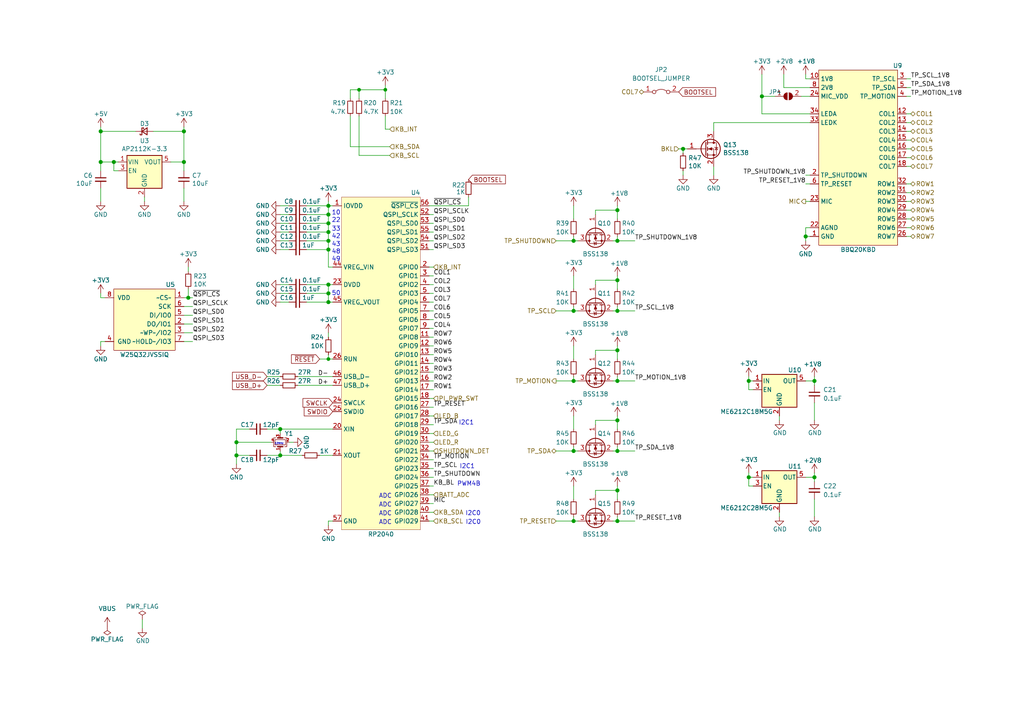
<source format=kicad_sch>
(kicad_sch (version 20230121) (generator eeschema)
  (paper "A4")
  (title_block (title "RP2040") (date "2023-04-21") (rev "1.0") (comment 1 "CERN Open Hardware Licence v1.2") (comment 2 "https://github.com/solderparty/bbq20kbd_hw") (comment 3 "Modified for beepy") (comment 4 "Original Design By Solder Party AB"))
  (lib_symbols
    (symbol "Device:C_Small" (pin_numbers hide) (pin_names (offset 0.254) hide)
      (property "Reference" "C" (at 0.254 1.778 0))
      (property "Value" "C_Small" (at 0.254 -2.032 0))
      (symbol "C_Small_1_1"
        (pin passive line (at 0 2.54 270) (length 2.032) (name "~") (number "1"))
        (pin passive line (at 0 -2.54 90) (length 2.032) (name "~") (number "2"))
      )
    )
    (symbol "Device:Crystal_GND24_Small" (pin_names (offset 1.016) hide)
      (property "Reference" "Y" (at 1.27 4.445 0))
      (property "Value" "Crystal_GND24_Small" (at 1.27 2.54 0))
      (symbol "Crystal_GND24_Small_1_1"
        (pin passive line (at -2.54 0 0) (length 1.27) (name "1") (number "1"))
        (pin passive line (at 0 -2.54 90) (length 0.635) (name "2") (number "2"))
        (pin passive line (at 2.54 0 180) (length 1.27) (name "3") (number "3"))
        (pin passive line (at 0 2.54 270) (length 0.635) (name "4") (number "4"))
      )
    )
    (symbol "Device:D_Schottky_Small" (pin_numbers hide) (pin_names (offset 0.254) hide)
      (property "Reference" "D" (at -1.27 2.032 0))
      (property "Value" "D_Schottky_Small" (at -7.112 -2.032 0))
      (symbol "D_Schottky_Small_1_1"
        (pin passive line (at -2.54 0 0) (length 1.778) (name "K") (number "1"))
        (pin passive line (at 2.54 0 180) (length 1.778) (name "A") (number "2"))
      )
    )
    (symbol "Device:R_Small" (pin_numbers hide) (pin_names (offset 0.254) hide)
      (property "Reference" "R" (at 0.762 0.508 0))
      (property "Value" "R_Small" (at 0.762 -1.016 0))
      (symbol "R_Small_1_1"
        (pin passive line (at 0 2.54 270) (length 0.762) (name "~") (number "1"))
        (pin passive line (at 0 -2.54 90) (length 0.762) (name "~") (number "2"))
      )
    )
    (symbol "Jumper:Jumper_2_Bridged" (pin_names (offset 0) hide)
      (property "Reference" "JP" (at 0 1.905 0))
      (property "Value" "Jumper_2_Bridged" (at 0 -2.54 0))
      (symbol "Jumper_2_Bridged_1_1"
        (pin passive line (at -5.08 0 0) (length 2.54) (name "A") (number "1"))
        (pin passive line (at 5.08 0 180) (length 2.54) (name "B") (number "2"))
      )
    )
    (symbol "Jumper:SolderJumper_2_Open" (pin_names (offset 0) hide)
      (property "Reference" "JP" (at 0 2.032 0))
      (property "Value" "SolderJumper_2_Open" (at 0 -2.54 0))
      (symbol "SolderJumper_2_Open_1_1"
        (pin passive line (at -3.81 0 0) (length 2.54) (name "A") (number "1"))
        (pin passive line (at 3.81 0 180) (length 2.54) (name "B") (number "2"))
      )
    )
    (symbol "Keyboard:BBQ20KBD"
      (property "Reference" "U" (at 11.43 24.13 0))
      (property "Value" "BBQ20KBD" (at 0 -29.21 0))
      (symbol "BBQ20KBD_0_0"
        (pin power_in line (at -13.97 -25.4 0) (length 2.54) (name "GND") (number "1"))
        (pin power_in line (at -13.97 20.32 0) (length 2.54) (name "1V8") (number "10"))
        (pin passive line (at -13.97 -25.4 0) (length 2.54) hide (name "GND") (number "11"))
        (pin input line (at 13.97 10.16 180) (length 2.54) (name "COL1") (number "12"))
        (pin input line (at 13.97 7.62 180) (length 2.54) (name "COL2") (number "13"))
        (pin input line (at 13.97 5.08 180) (length 2.54) (name "COL3") (number "14"))
        (pin input line (at 13.97 2.54 180) (length 2.54) (name "COL4") (number "15"))
        (pin input line (at 13.97 0 180) (length 2.54) (name "COL5") (number "16"))
        (pin input line (at 13.97 -2.54 180) (length 2.54) (name "COL6") (number "17"))
        (pin input line (at 13.97 -5.08 180) (length 2.54) (name "COL7") (number "18"))
        (pin passive line (at -13.97 -25.4 0) (length 2.54) hide (name "GND") (number "19"))
        (pin input line (at -13.97 -7.62 0) (length 2.54) (name "TP_SHUTDOWN") (number "2"))
        (pin passive line (at -13.97 -25.4 0) (length 2.54) hide (name "GND") (number "20"))
        (pin passive line (at -13.97 -25.4 0) (length 2.54) hide (name "GND") (number "21"))
        (pin power_in line (at -13.97 -22.86 0) (length 2.54) (name "AGND") (number "22"))
        (pin output line (at -13.97 -15.24 0) (length 2.54) (name "MIC") (number "23"))
        (pin input line (at -13.97 15.24 0) (length 2.54) (name "MIC_VDD") (number "24"))
        (pin passive line (at -13.97 -25.4 0) (length 2.54) hide (name "GND") (number "25"))
        (pin input line (at 13.97 -25.4 180) (length 2.54) (name "ROW7") (number "26"))
        (pin input line (at 13.97 -22.86 180) (length 2.54) (name "ROW6") (number "27"))
        (pin input line (at 13.97 -20.32 180) (length 2.54) (name "ROW5") (number "28"))
        (pin input line (at 13.97 -17.78 180) (length 2.54) (name "ROW4") (number "29"))
        (pin input line (at 13.97 20.32 180) (length 2.54) (name "TP_SCL") (number "3"))
        (pin input line (at 13.97 -15.24 180) (length 2.54) (name "ROW3") (number "30"))
        (pin input line (at 13.97 -12.7 180) (length 2.54) (name "ROW2") (number "31"))
        (pin input line (at 13.97 -10.16 180) (length 2.54) (name "ROW1") (number "32"))
        (pin input line (at -13.97 7.62 0) (length 2.54) (name "LEDK") (number "33"))
        (pin power_in line (at -13.97 10.16 0) (length 2.54) (name "LEDA") (number "34"))
        (pin passive line (at -13.97 7.62 0) (length 2.54) hide (name "LEDK") (number "35"))
        (pin passive line (at -13.97 10.16 0) (length 2.54) hide (name "LEDA") (number "36"))
        (pin passive line (at -13.97 7.62 0) (length 2.54) hide (name "LEDK") (number "37"))
        (pin no_connect line (at 0 -17.78 0) (length 2.54) hide (name "NC") (number "38"))
        (pin no_connect line (at 0 -20.32 0) (length 2.54) hide (name "NC") (number "39"))
        (pin output line (at 13.97 15.24 180) (length 2.54) (name "TP_MOTION") (number "4"))
        (pin passive line (at -13.97 -25.4 0) (length 2.54) hide (name "GND") (number "40"))
        (pin bidirectional line (at 13.97 17.78 180) (length 2.54) (name "TP_SDA") (number "5"))
        (pin input line (at -13.97 -10.16 0) (length 2.54) (name "TP_RESET") (number "6"))
        (pin passive line (at -13.97 -25.4 0) (length 2.54) hide (name "GND") (number "7"))
        (pin power_in line (at -13.97 17.78 0) (length 2.54) (name "2V8") (number "8"))
        (pin passive line (at -13.97 -25.4 0) (length 2.54) hide (name "GND") (number "9"))
      )
    )
    (symbol "MCU_RaspberryPi:RP2040"
      (property "Reference" "U" (at 11.43 1.27 0))
      (property "Value" "RP2040" (at 0 -97.79 0))
      (symbol "RP2040_0_0"
        (pin power_in line (at -13.97 -2.54 0) (length 2.54) (name "IOVDD") (number "1"))
        (pin passive line (at -13.97 -2.54 0) (length 2.54) hide (name "IOVDD") (number "10"))
        (pin bidirectional line (at 13.97 -40.64 180) (length 2.54) (name "GPIO8") (number "11"))
        (pin bidirectional line (at 13.97 -20.32 180) (length 2.54) (name "GPIO0") (number "2"))
        (pin bidirectional line (at 13.97 -22.86 180) (length 2.54) (name "GPIO1") (number "3"))
        (pin bidirectional line (at 13.97 -25.4 180) (length 2.54) (name "GPIO2") (number "4"))
        (pin bidirectional line (at 13.97 -27.94 180) (length 2.54) (name "GPIO3") (number "5"))
        (pin bidirectional line (at 13.97 -30.48 180) (length 2.54) (name "GPIO4") (number "6"))
        (pin bidirectional line (at 13.97 -33.02 180) (length 2.54) (name "GPIO5") (number "7"))
        (pin bidirectional line (at 13.97 -35.56 180) (length 2.54) (name "GPIO6") (number "8"))
        (pin bidirectional line (at 13.97 -38.1 180) (length 2.54) (name "GPIO7") (number "9"))
      )
      (symbol "RP2040_1_1"
        (pin bidirectional line (at 13.97 -43.18 180) (length 2.54) (name "GPIO9") (number "12"))
        (pin bidirectional line (at 13.97 -45.72 180) (length 2.54) (name "GPIO10") (number "13"))
        (pin bidirectional line (at 13.97 -48.26 180) (length 2.54) (name "GPIO11") (number "14"))
        (pin bidirectional line (at 13.97 -50.8 180) (length 2.54) (name "GPIO12") (number "15"))
        (pin bidirectional line (at 13.97 -53.34 180) (length 2.54) (name "GPIO13") (number "16"))
        (pin bidirectional line (at 13.97 -55.88 180) (length 2.54) (name "GPIO14") (number "17"))
        (pin bidirectional line (at 13.97 -58.42 180) (length 2.54) (name "GPIO15") (number "18"))
        (pin passive line (at -13.97 -93.98 0) (length 2.54) hide (name "TESTEN") (number "19"))
        (pin input line (at -13.97 -67.31 0) (length 2.54) (name "XIN") (number "20"))
        (pin output line (at -13.97 -74.93 0) (length 2.54) (name "XOUT") (number "21"))
        (pin passive line (at -13.97 -2.54 0) (length 2.54) hide (name "IOVDD") (number "22"))
        (pin power_in line (at -13.97 -25.4 0) (length 2.54) (name "DVDD") (number "23"))
        (pin input line (at -13.97 -59.69 0) (length 2.54) (name "SWCLK") (number "24"))
        (pin bidirectional line (at -13.97 -62.23 0) (length 2.54) (name "SWDIO") (number "25"))
        (pin input line (at -13.97 -46.99 0) (length 2.54) (name "RUN") (number "26"))
        (pin bidirectional line (at 13.97 -60.96 180) (length 2.54) (name "GPIO16") (number "27"))
        (pin bidirectional line (at 13.97 -63.5 180) (length 2.54) (name "GPIO17") (number "28"))
        (pin bidirectional line (at 13.97 -66.04 180) (length 2.54) (name "GPIO18") (number "29"))
        (pin bidirectional line (at 13.97 -68.58 180) (length 2.54) (name "GPIO19") (number "30"))
        (pin bidirectional line (at 13.97 -71.12 180) (length 2.54) (name "GPIO20") (number "31"))
        (pin bidirectional line (at 13.97 -73.66 180) (length 2.54) (name "GPIO21") (number "32"))
        (pin passive line (at -13.97 -2.54 0) (length 2.54) hide (name "IOVDD") (number "33"))
        (pin bidirectional line (at 13.97 -76.2 180) (length 2.54) (name "GPIO22") (number "34"))
        (pin bidirectional line (at 13.97 -78.74 180) (length 2.54) (name "GPIO23") (number "35"))
        (pin bidirectional line (at 13.97 -81.28 180) (length 2.54) (name "GPIO24") (number "36"))
        (pin bidirectional line (at 13.97 -83.82 180) (length 2.54) (name "GPIO25") (number "37"))
        (pin bidirectional line (at 13.97 -86.36 180) (length 2.54) (name "GPIO26") (number "38"))
        (pin bidirectional line (at 13.97 -88.9 180) (length 2.54) (name "GPIO27") (number "39"))
        (pin bidirectional line (at 13.97 -91.44 180) (length 2.54) (name "GPIO28") (number "40"))
        (pin bidirectional line (at 13.97 -93.98 180) (length 2.54) (name "GPIO29") (number "41"))
        (pin passive line (at -13.97 -2.54 0) (length 2.54) hide (name "IOVDD") (number "42"))
        (pin passive line (at -13.97 -2.54 0) (length 2.54) hide (name "ADC_AVDD") (number "43"))
        (pin power_in line (at -13.97 -20.32 0) (length 2.54) (name "VREG_VIN") (number "44"))
        (pin power_out line (at -13.97 -30.48 0) (length 2.54) (name "VREG_VOUT") (number "45"))
        (pin bidirectional line (at -13.97 -52.07 0) (length 2.54) (name "USB_D-") (number "46"))
        (pin bidirectional line (at -13.97 -54.61 0) (length 2.54) (name "USB_D+") (number "47"))
        (pin passive line (at -13.97 -2.54 0) (length 2.54) hide (name "USB_VDD") (number "48"))
        (pin passive line (at -13.97 -2.54 0) (length 2.54) hide (name "IOVDD") (number "49"))
        (pin passive line (at -13.97 -25.4 0) (length 2.54) hide (name "DVDD") (number "50"))
        (pin bidirectional line (at 13.97 -15.24 180) (length 2.54) (name "QSPI_SD3") (number "51"))
        (pin output line (at 13.97 -5.08 180) (length 2.54) (name "QSPI_SCLK") (number "52"))
        (pin bidirectional line (at 13.97 -7.62 180) (length 2.54) (name "QSPI_SD0") (number "53"))
        (pin bidirectional line (at 13.97 -12.7 180) (length 2.54) (name "QSPI_SD2") (number "54"))
        (pin bidirectional line (at 13.97 -10.16 180) (length 2.54) (name "QSPI_SD1") (number "55"))
        (pin input line (at 13.97 -2.54 180) (length 2.54) (name "~{QSPI_CS}") (number "56"))
        (pin power_in line (at -13.97 -93.98 0) (length 2.54) (name "GND") (number "57"))
      )
    )
    (symbol "Memory_Flash_Extra:W25Q64JV" (pin_names (offset 1.016))
      (property "Reference" "U" (at 8.89 10.16 0))
      (property "Value" "W25Q64JV" (at 0 -10.16 0))
      (symbol "W25Q64JV_1_1"
        (pin input line (at 11.43 6.35 180) (length 2.54) (name "~CS~") (number "1"))
        (pin bidirectional line (at 11.43 -1.27 180) (length 2.54) (name "DO/IO1") (number "2"))
        (pin bidirectional line (at 11.43 -3.81 180) (length 2.54) (name "~WP~/IO2") (number "3"))
        (pin power_in line (at -11.43 -6.35 0) (length 2.54) (name "GND") (number "4"))
        (pin bidirectional line (at 11.43 1.27 180) (length 2.54) (name "DI/IO0") (number "5"))
        (pin input line (at 11.43 3.81 180) (length 2.54) (name "SCK") (number "6"))
        (pin bidirectional line (at 11.43 -6.35 180) (length 2.54) (name "~HOLD~/IO3") (number "7"))
        (pin power_in line (at -11.43 6.35 0) (length 2.54) (name "VDD") (number "8"))
        (pin passive line (at -11.43 -6.35 0) (length 2.54) hide (name "GND") (number "9"))
      )
    )
    (symbol "Regulator_Linear:AP2112K-3.3" (pin_names (offset 0.254))
      (property "Reference" "U" (at -5.08 5.715 0))
      (property "Value" "AP2112K-3.3" (at 0 5.715 0))
      (symbol "AP2112K-3.3_1_1"
        (pin power_in line (at -7.62 2.54 0) (length 2.54) (name "VIN") (number "1"))
        (pin power_in line (at 0 -7.62 90) (length 2.54) (name "GND") (number "2"))
        (pin input line (at -7.62 0 0) (length 2.54) (name "EN") (number "3"))
        (pin no_connect line (at 5.08 0 180) (length 2.54) hide (name "NC") (number "4"))
        (pin power_out line (at 7.62 2.54 180) (length 2.54) (name "VOUT") (number "5"))
      )
    )
    (symbol "Regulator_Linear:TLV71209_SOT23-5" (pin_names (offset 0.254))
      (property "Reference" "U" (at -3.81 5.715 0))
      (property "Value" "TLV71209_SOT23-5" (at 0 5.715 0))
      (symbol "TLV71209_SOT23-5_1_1"
        (pin power_in line (at -7.62 2.54 0) (length 2.54) (name "IN") (number "1"))
        (pin power_in line (at 0 -7.62 90) (length 2.54) (name "GND") (number "2"))
        (pin input line (at -7.62 0 0) (length 2.54) (name "EN") (number "3"))
        (pin no_connect line (at 5.08 0 180) (length 2.54) hide (name "NC") (number "4"))
        (pin power_out line (at 7.62 2.54 180) (length 2.54) (name "OUT") (number "5"))
      )
    )
    (symbol "Transistor_FET:BSS138" (pin_names hide)
      (property "Reference" "Q" (at 5.08 1.905 0))
      (property "Value" "BSS138" (at 5.08 0 0))
      (symbol "BSS138_1_1"
        (pin input line (at -5.08 0 0) (length 2.54) (name "G") (number "1"))
        (pin passive line (at 2.54 -5.08 90) (length 2.54) (name "S") (number "2"))
        (pin passive line (at 2.54 5.08 270) (length 2.54) (name "D") (number "3"))
      )
    )
    (symbol "power:+1V8" (power) (pin_names (offset 0))
      (property "Value" "+1V8" (at 0 3.556 0))
      (symbol "+1V8_1_1"
        (pin power_in line (at 0 0 90) (length 0) hide (name "+1V8") (number "1"))
      )
    )
    (symbol "power:+2V8" (power) (pin_names (offset 0))
      (property "Value" "+2V8" (at 0 3.556 0))
      (symbol "+2V8_1_1"
        (pin power_in line (at 0 0 90) (length 0) hide (name "+2V8") (number "1"))
      )
    )
    (symbol "power:+3.3V" (power) (pin_names (offset 0))
      (property "Value" "+3.3V" (at 0 3.556 0))
      (symbol "+3.3V_1_1"
        (pin power_in line (at 0 0 90) (length 0) hide (name "+3V3") (number "1"))
      )
    )
    (symbol "power:+5V" (power) (pin_names (offset 0))
      (property "Value" "+5V" (at 0 3.556 0))
      (symbol "+5V_1_1"
        (pin power_in line (at 0 0 90) (length 0) hide (name "+5V") (number "1"))
      )
    )
    (symbol "power:GND" (power) (pin_names (offset 0))
      (property "Value" "GND" (at 0 -3.81 0))
      (symbol "GND_1_1"
        (pin power_in line (at 0 0 270) (length 0) hide (name "GND") (number "1"))
      )
    )
    (symbol "power:PWR_FLAG" (power) (pin_numbers hide) (pin_names (offset 0) hide)
      (property "Value" "PWR_FLAG" (at 0 3.81 0))
      (symbol "PWR_FLAG_0_0"
        (pin power_out line (at 0 0 90) (length 0) (name "pwr") (number "1"))
      )
    )
    (symbol "power:VBUS" (power) (pin_names (offset 0))
      (property "Value" "VBUS" (at 0 3.81 0))
      (symbol "VBUS_1_1"
        (pin power_in line (at 0 0 90) (length 0) hide (name "VBUS") (number "1"))
      )
    )
  )
  (junction (at 68.58 128.27) (diameter 1.016))
  (junction (at 198.12 43.18) (diameter 1.016))
  (junction (at 179.07 130.81) (diameter 1.016))
  (junction (at 54.61 86.36) (diameter 1.016))
  (junction (at 81.28 124.46) (diameter 1.016))
  (junction (at 68.58 132.08) (diameter 1.016))
  (junction (at 236.22 110.49) (diameter 1.016))
  (junction (at 95.25 67.31) (diameter 1.016))
  (junction (at 29.21 38.1) (diameter 1.016))
  (junction (at 81.28 132.08) (diameter 1.016))
  (junction (at 53.34 38.1) (diameter 1.016))
  (junction (at 166.37 69.85) (diameter 1.016))
  (junction (at 53.34 46.99) (diameter 1.016))
  (junction (at 166.37 90.17) (diameter 1.016))
  (junction (at 179.07 121.92) (diameter 1.016))
  (junction (at 179.07 151.13) (diameter 1.016))
  (junction (at 95.25 85.09) (diameter 1.016))
  (junction (at 236.22 138.43) (diameter 1.016))
  (junction (at 95.25 82.55) (diameter 1.016))
  (junction (at 179.07 142.24) (diameter 1.016))
  (junction (at 220.98 27.94) (diameter 1.016))
  (junction (at 179.07 81.28) (diameter 1.016))
  (junction (at 217.17 110.49) (diameter 1.016))
  (junction (at 217.17 138.43) (diameter 1.016))
  (junction (at 166.37 130.81) (diameter 1.016))
  (junction (at 33.02 46.99) (diameter 1.016))
  (junction (at 95.25 104.14))
  (junction (at 95.25 69.85) (diameter 1.016))
  (junction (at 111.76 26.035))
  (junction (at 95.25 64.77) (diameter 1.016))
  (junction (at 95.25 62.23) (diameter 1.016))
  (junction (at 179.07 101.6) (diameter 1.016))
  (junction (at 95.25 87.63) (diameter 1.016))
  (junction (at 95.25 59.69) (diameter 1.016))
  (junction (at 104.14 26.035))
  (junction (at 166.37 110.49) (diameter 1.016))
  (junction (at 29.21 46.99) (diameter 1.016))
  (junction (at 179.07 90.17) (diameter 1.016))
  (junction (at 166.37 151.13) (diameter 1.016))
  (junction (at 179.07 110.49) (diameter 1.016))
  (junction (at 179.07 69.85) (diameter 1.016))
  (junction (at 233.68 68.58) (diameter 1.016))
  (junction (at 95.25 72.39) (diameter 1.016))
  (junction (at 179.07 60.96) (diameter 1.016))
  (wire (pts (xy 124.46 146.05) (xy 125.73 146.05)))
  (wire (pts (xy 95.25 104.14) (xy 96.52 104.14)))
  (wire (pts (xy 53.34 96.52) (xy 55.88 96.52)))
  (wire (pts (xy 88.9 82.55) (xy 95.25 82.55)))
  (wire (pts (xy 184.15 110.49) (xy 179.07 110.49)))
  (wire (pts (xy 198.12 43.18) (xy 196.85 43.18)))
  (wire (pts (xy 166.37 130.81) (xy 161.29 130.81)))
  (wire (pts (xy 95.25 87.63) (xy 95.25 85.09)))
  (wire (pts (xy 81.28 67.31) (xy 83.82 67.31)))
  (wire (pts (xy 124.46 90.17) (xy 125.73 90.17)))
  (wire (pts (xy 124.46 135.89) (xy 125.73 135.89)))
  (wire (pts (xy 95.25 72.39) (xy 95.25 77.47)))
  (wire (pts (xy 53.34 86.36) (xy 54.61 86.36)))
  (wire (pts (xy 29.21 46.99) (xy 33.02 46.99)))
  (wire (pts (xy 217.17 138.43) (xy 218.44 138.43)))
  (wire (pts (xy 124.46 130.81) (xy 125.73 130.81)))
  (wire (pts (xy 233.68 58.42) (xy 234.95 58.42)))
  (wire (pts (xy 83.82 128.27) (xy 85.09 128.27)))
  (wire (pts (xy 124.46 125.73) (xy 125.73 125.73)))
  (wire (pts (xy 172.72 143.51) (xy 172.72 142.24)))
  (wire (pts (xy 217.17 113.03) (xy 217.17 110.49)))
  (wire (pts (xy 124.46 82.55) (xy 125.73 82.55)))
  (wire (pts (xy 111.76 33.655) (xy 111.76 37.465)))
  (wire (pts (xy 199.39 43.18) (xy 198.12 43.18)))
  (wire (pts (xy 124.46 148.59) (xy 125.73 148.59)))
  (wire (pts (xy 167.64 130.81) (xy 166.37 130.81)))
  (wire (pts (xy 124.46 123.19) (xy 125.73 123.19)))
  (wire (pts (xy 78.74 128.27) (xy 68.58 128.27)))
  (wire (pts (xy 81.28 132.08) (xy 87.63 132.08)))
  (wire (pts (xy 262.89 43.18) (xy 264.16 43.18)))
  (wire (pts (xy 227.33 25.4) (xy 234.95 25.4)))
  (wire (pts (xy 95.25 96.52) (xy 95.25 97.79)))
  (wire (pts (xy 172.72 121.92) (xy 179.07 121.92)))
  (wire (pts (xy 53.34 54.61) (xy 53.34 58.42)))
  (wire (pts (xy 104.14 45.085) (xy 113.03 45.085)))
  (wire (pts (xy 95.25 59.69) (xy 96.52 59.69)))
  (wire (pts (xy 166.37 80.01) (xy 166.37 83.82)))
  (wire (pts (xy 124.46 143.51) (xy 125.73 143.51)))
  (wire (pts (xy 166.37 69.85) (xy 161.29 69.85)))
  (wire (pts (xy 88.9 59.69) (xy 95.25 59.69)))
  (wire (pts (xy 81.28 72.39) (xy 83.82 72.39)))
  (wire (pts (xy 104.14 26.035) (xy 111.76 26.035)))
  (wire (pts (xy 179.07 149.86) (xy 179.07 151.13)))
  (wire (pts (xy 95.25 151.13) (xy 95.25 152.4)))
  (wire (pts (xy 166.37 149.86) (xy 166.37 151.13)))
  (wire (pts (xy 217.17 137.16) (xy 217.17 138.43)))
  (wire (pts (xy 55.88 86.36) (xy 54.61 86.36)))
  (wire (pts (xy 125.73 64.77) (xy 124.46 64.77)))
  (wire (pts (xy 226.06 120.65) (xy 226.06 121.92)))
  (wire (pts (xy 124.46 133.35) (xy 125.73 133.35)))
  (wire (pts (xy 124.46 120.65) (xy 125.73 120.65)))
  (wire (pts (xy 198.12 43.18) (xy 198.12 44.45)))
  (wire (pts (xy 262.89 48.26) (xy 264.16 48.26)))
  (wire (pts (xy 234.95 66.04) (xy 233.68 66.04)))
  (wire (pts (xy 172.72 123.19) (xy 172.72 121.92)))
  (wire (pts (xy 167.64 90.17) (xy 166.37 90.17)))
  (wire (pts (xy 81.28 87.63) (xy 83.82 87.63)))
  (wire (pts (xy 172.72 101.6) (xy 179.07 101.6)))
  (wire (pts (xy 166.37 110.49) (xy 161.29 110.49)))
  (wire (pts (xy 262.89 66.04) (xy 264.16 66.04)))
  (wire (pts (xy 96.52 151.13) (xy 95.25 151.13)))
  (wire (pts (xy 166.37 68.58) (xy 166.37 69.85)))
  (wire (pts (xy 95.25 69.85) (xy 95.25 72.39)))
  (wire (pts (xy 233.68 22.86) (xy 234.95 22.86)))
  (wire (pts (xy 88.9 87.63) (xy 95.25 87.63)))
  (wire (pts (xy 124.46 102.87) (xy 125.73 102.87)))
  (wire (pts (xy 125.73 62.23) (xy 124.46 62.23)))
  (wire (pts (xy 220.98 27.94) (xy 224.79 27.94)))
  (wire (pts (xy 125.73 72.39) (xy 124.46 72.39)))
  (wire (pts (xy 54.61 77.47) (xy 54.61 78.74)))
  (wire (pts (xy 179.07 80.01) (xy 179.07 81.28)))
  (wire (pts (xy 172.72 102.87) (xy 172.72 101.6)))
  (wire (pts (xy 104.14 33.655) (xy 104.14 45.085)))
  (wire (pts (xy 44.45 38.1) (xy 53.34 38.1)))
  (wire (pts (xy 184.15 90.17) (xy 179.07 90.17)))
  (wire (pts (xy 124.46 107.95) (xy 125.73 107.95)))
  (wire (pts (xy 81.28 85.09) (xy 83.82 85.09)))
  (wire (pts (xy 95.25 82.55) (xy 96.52 82.55)))
  (wire (pts (xy 81.28 64.77) (xy 83.82 64.77)))
  (wire (pts (xy 233.68 50.8) (xy 234.95 50.8)))
  (wire (pts (xy 34.29 49.53) (xy 33.02 49.53)))
  (wire (pts (xy 124.46 138.43) (xy 125.73 138.43)))
  (wire (pts (xy 179.07 100.33) (xy 179.07 101.6)))
  (wire (pts (xy 179.07 121.92) (xy 179.07 124.46)))
  (wire (pts (xy 177.8 69.85) (xy 179.07 69.85)))
  (wire (pts (xy 111.76 37.465) (xy 113.03 37.465)))
  (wire (pts (xy 111.76 24.765) (xy 111.76 26.035)))
  (wire (pts (xy 111.76 26.035) (xy 111.76 28.575)))
  (wire (pts (xy 92.71 104.14) (xy 95.25 104.14)))
  (wire (pts (xy 29.21 38.1) (xy 29.21 46.99)))
  (wire (pts (xy 81.28 69.85) (xy 83.82 69.85)))
  (wire (pts (xy 81.28 59.69) (xy 83.82 59.69)))
  (wire (pts (xy 53.34 46.99) (xy 53.34 49.53)))
  (wire (pts (xy 166.37 140.97) (xy 166.37 144.78)))
  (wire (pts (xy 262.89 22.86) (xy 264.16 22.86)))
  (wire (pts (xy 233.68 22.86) (xy 233.68 21.59)))
  (wire (pts (xy 262.89 53.34) (xy 264.16 53.34)))
  (wire (pts (xy 179.07 120.65) (xy 179.07 121.92)))
  (wire (pts (xy 220.98 33.02) (xy 234.95 33.02)))
  (wire (pts (xy 124.46 118.11) (xy 125.73 118.11)))
  (wire (pts (xy 236.22 111.76) (xy 236.22 110.49)))
  (wire (pts (xy 177.8 90.17) (xy 179.07 90.17)))
  (wire (pts (xy 262.89 38.1) (xy 264.16 38.1)))
  (wire (pts (xy 81.28 124.46) (xy 96.52 124.46)))
  (wire (pts (xy 262.89 40.64) (xy 264.16 40.64)))
  (wire (pts (xy 88.9 67.31) (xy 95.25 67.31)))
  (wire (pts (xy 81.28 62.23) (xy 83.82 62.23)))
  (wire (pts (xy 166.37 151.13) (xy 161.29 151.13)))
  (wire (pts (xy 68.58 124.46) (xy 68.58 128.27)))
  (wire (pts (xy 207.01 48.26) (xy 207.01 50.8)))
  (wire (pts (xy 53.34 88.9) (xy 55.88 88.9)))
  (wire (pts (xy 88.9 62.23) (xy 95.25 62.23)))
  (wire (pts (xy 86.36 109.22) (xy 96.52 109.22)))
  (wire (pts (xy 179.07 81.28) (xy 179.07 83.82)))
  (wire (pts (xy 96.52 77.47) (xy 95.25 77.47)))
  (wire (pts (xy 184.15 130.81) (xy 179.07 130.81)))
  (wire (pts (xy 30.48 86.36) (xy 29.21 86.36)))
  (wire (pts (xy 166.37 88.9) (xy 166.37 90.17)))
  (wire (pts (xy 262.89 33.02) (xy 264.16 33.02)))
  (wire (pts (xy 124.46 95.25) (xy 125.73 95.25)))
  (wire (pts (xy 172.72 82.55) (xy 172.72 81.28)))
  (wire (pts (xy 166.37 59.69) (xy 166.37 63.5)))
  (wire (pts (xy 217.17 140.97) (xy 217.17 138.43)))
  (wire (pts (xy 77.47 111.76) (xy 81.28 111.76)))
  (wire (pts (xy 53.34 36.83) (xy 53.34 38.1)))
  (wire (pts (xy 53.34 38.1) (xy 53.34 46.99)))
  (wire (pts (xy 92.71 132.08) (xy 96.52 132.08)))
  (wire (pts (xy 29.21 38.1) (xy 29.21 36.83)))
  (wire (pts (xy 39.37 38.1) (xy 29.21 38.1)))
  (wire (pts (xy 29.21 46.99) (xy 29.21 49.53)))
  (wire (pts (xy 88.9 64.77) (xy 95.25 64.77)))
  (wire (pts (xy 125.73 69.85) (xy 124.46 69.85)))
  (wire (pts (xy 101.6 42.545) (xy 113.03 42.545)))
  (wire (pts (xy 172.72 62.23) (xy 172.72 60.96)))
  (wire (pts (xy 166.37 129.54) (xy 166.37 130.81)))
  (wire (pts (xy 95.25 58.42) (xy 95.25 59.69)))
  (wire (pts (xy 77.47 132.08) (xy 81.28 132.08)))
  (wire (pts (xy 54.61 86.36) (xy 54.61 83.82)))
  (wire (pts (xy 184.15 151.13) (xy 179.07 151.13)))
  (wire (pts (xy 179.07 109.22) (xy 179.07 110.49)))
  (wire (pts (xy 236.22 139.7) (xy 236.22 138.43)))
  (wire (pts (xy 124.46 110.49) (xy 125.73 110.49)))
  (wire (pts (xy 262.89 58.42) (xy 264.16 58.42)))
  (wire (pts (xy 88.9 85.09) (xy 95.25 85.09)))
  (wire (pts (xy 233.68 138.43) (xy 236.22 138.43)))
  (wire (pts (xy 124.46 80.01) (xy 125.73 80.01)))
  (wire (pts (xy 41.275 179.705) (xy 41.275 182.245)))
  (wire (pts (xy 81.28 82.55) (xy 83.82 82.55)))
  (wire (pts (xy 124.46 140.97) (xy 125.73 140.97)))
  (wire (pts (xy 95.25 87.63) (xy 96.52 87.63)))
  (wire (pts (xy 179.07 140.97) (xy 179.07 142.24)))
  (wire (pts (xy 124.46 128.27) (xy 125.73 128.27)))
  (wire (pts (xy 262.89 35.56) (xy 264.16 35.56)))
  (wire (pts (xy 233.68 110.49) (xy 236.22 110.49)))
  (wire (pts (xy 125.73 115.57) (xy 124.46 115.57)))
  (wire (pts (xy 179.07 101.6) (xy 179.07 104.14)))
  (wire (pts (xy 233.68 68.58) (xy 233.68 69.85)))
  (wire (pts (xy 124.46 77.47) (xy 125.73 77.47)))
  (wire (pts (xy 68.58 132.08) (xy 68.58 134.62)))
  (wire (pts (xy 81.28 124.46) (xy 81.28 125.73)))
  (wire (pts (xy 53.34 93.98) (xy 55.88 93.98)))
  (wire (pts (xy 233.68 53.34) (xy 234.95 53.34)))
  (wire (pts (xy 236.22 144.78) (xy 236.22 149.86)))
  (wire (pts (xy 29.21 54.61) (xy 29.21 58.42)))
  (wire (pts (xy 124.46 105.41) (xy 125.73 105.41)))
  (wire (pts (xy 262.89 25.4) (xy 264.16 25.4)))
  (wire (pts (xy 179.07 88.9) (xy 179.07 90.17)))
  (wire (pts (xy 49.53 46.99) (xy 53.34 46.99)))
  (wire (pts (xy 172.72 60.96) (xy 179.07 60.96)))
  (wire (pts (xy 124.46 87.63) (xy 125.73 87.63)))
  (wire (pts (xy 29.21 99.06) (xy 29.21 100.33)))
  (wire (pts (xy 236.22 116.84) (xy 236.22 121.92)))
  (wire (pts (xy 234.95 68.58) (xy 233.68 68.58)))
  (wire (pts (xy 124.46 92.71) (xy 125.73 92.71)))
  (wire (pts (xy 81.28 130.81) (xy 81.28 132.08)))
  (wire (pts (xy 172.72 81.28) (xy 179.07 81.28)))
  (wire (pts (xy 218.44 140.97) (xy 217.17 140.97)))
  (wire (pts (xy 77.47 109.22) (xy 81.28 109.22)))
  (wire (pts (xy 177.8 151.13) (xy 179.07 151.13)))
  (wire (pts (xy 124.46 151.13) (xy 125.73 151.13)))
  (wire (pts (xy 95.25 59.69) (xy 95.25 62.23)))
  (wire (pts (xy 95.25 64.77) (xy 95.25 67.31)))
  (wire (pts (xy 95.25 85.09) (xy 95.25 82.55)))
  (wire (pts (xy 198.12 49.53) (xy 198.12 50.8)))
  (wire (pts (xy 86.36 111.76) (xy 96.52 111.76)))
  (wire (pts (xy 217.17 109.22) (xy 217.17 110.49)))
  (wire (pts (xy 166.37 90.17) (xy 161.29 90.17)))
  (wire (pts (xy 33.02 49.53) (xy 33.02 46.99)))
  (wire (pts (xy 262.89 60.96) (xy 264.16 60.96)))
  (wire (pts (xy 177.8 130.81) (xy 179.07 130.81)))
  (wire (pts (xy 68.58 132.08) (xy 72.39 132.08)))
  (wire (pts (xy 124.46 100.33) (xy 125.73 100.33)))
  (wire (pts (xy 220.98 33.02) (xy 220.98 27.94)))
  (wire (pts (xy 207.01 35.56) (xy 234.95 35.56)))
  (wire (pts (xy 233.68 66.04) (xy 233.68 68.58)))
  (wire (pts (xy 101.6 26.035) (xy 104.14 26.035)))
  (wire (pts (xy 101.6 28.575) (xy 101.6 26.035)))
  (wire (pts (xy 104.14 26.035) (xy 104.14 28.575)))
  (wire (pts (xy 262.89 55.88) (xy 264.16 55.88)))
  (wire (pts (xy 179.07 129.54) (xy 179.07 130.81)))
  (wire (pts (xy 166.37 120.65) (xy 166.37 124.46)))
  (wire (pts (xy 184.15 69.85) (xy 179.07 69.85)))
  (wire (pts (xy 179.07 60.96) (xy 179.07 63.5)))
  (wire (pts (xy 30.48 99.06) (xy 29.21 99.06)))
  (wire (pts (xy 53.34 91.44) (xy 55.88 91.44)))
  (wire (pts (xy 53.34 99.06) (xy 55.88 99.06)))
  (wire (pts (xy 88.9 69.85) (xy 95.25 69.85)))
  (wire (pts (xy 41.91 57.15) (xy 41.91 58.42)))
  (wire (pts (xy 167.64 69.85) (xy 166.37 69.85)))
  (wire (pts (xy 262.89 63.5) (xy 264.16 63.5)))
  (wire (pts (xy 262.89 68.58) (xy 264.16 68.58)))
  (wire (pts (xy 179.07 59.69) (xy 179.07 60.96)))
  (wire (pts (xy 217.17 110.49) (xy 218.44 110.49)))
  (wire (pts (xy 101.6 33.655) (xy 101.6 42.545)))
  (wire (pts (xy 179.07 142.24) (xy 179.07 144.78)))
  (wire (pts (xy 95.25 67.31) (xy 95.25 69.85)))
  (wire (pts (xy 124.46 113.03) (xy 125.73 113.03)))
  (wire (pts (xy 262.89 27.94) (xy 264.16 27.94)))
  (wire (pts (xy 95.25 62.23) (xy 95.25 64.77)))
  (wire (pts (xy 236.22 109.22) (xy 236.22 110.49)))
  (wire (pts (xy 166.37 100.33) (xy 166.37 104.14)))
  (wire (pts (xy 166.37 109.22) (xy 166.37 110.49)))
  (wire (pts (xy 34.29 46.99) (xy 33.02 46.99)))
  (wire (pts (xy 167.64 110.49) (xy 166.37 110.49)))
  (wire (pts (xy 179.07 68.58) (xy 179.07 69.85)))
  (wire (pts (xy 207.01 35.56) (xy 207.01 38.1)))
  (wire (pts (xy 68.58 124.46) (xy 72.39 124.46)))
  (wire (pts (xy 68.58 128.27) (xy 68.58 132.08)))
  (wire (pts (xy 95.25 104.14) (xy 95.25 102.87)))
  (wire (pts (xy 262.89 45.72) (xy 264.16 45.72)))
  (wire (pts (xy 226.06 148.59) (xy 226.06 149.86)))
  (wire (pts (xy 172.72 142.24) (xy 179.07 142.24)))
  (wire (pts (xy 88.9 72.39) (xy 95.25 72.39)))
  (wire (pts (xy 135.89 59.69) (xy 135.89 57.15)))
  (wire (pts (xy 167.64 151.13) (xy 166.37 151.13)))
  (wire (pts (xy 125.73 67.31) (xy 124.46 67.31)))
  (wire (pts (xy 218.44 113.03) (xy 217.17 113.03)))
  (wire (pts (xy 232.41 27.94) (xy 234.95 27.94)))
  (wire (pts (xy 227.33 21.59) (xy 227.33 25.4)))
  (wire (pts (xy 124.46 85.09) (xy 125.73 85.09)))
  (wire (pts (xy 124.46 97.79) (xy 125.73 97.79)))
  (wire (pts (xy 220.98 21.59) (xy 220.98 27.94)))
  (wire (pts (xy 124.46 59.69) (xy 135.89 59.69)))
  (wire (pts (xy 29.21 86.36) (xy 29.21 85.09)))
  (wire (pts (xy 177.8 110.49) (xy 179.07 110.49)))
  (wire (pts (xy 236.22 137.16) (xy 236.22 138.43)))
  (wire (pts (xy 77.47 124.46) (xy 81.28 124.46)))
  (text "42" (at 98.806 69.3928 0) (effects (font (size 1.27 1.27)) (justify right bottom)))
  (text "I2C0\n" (at 135.0264 152.273 0) (effects (font (size 1.27 1.27)) (justify left bottom)))
  (text "33" (at 98.806 67.2338 0) (effects (font (size 1.27 1.27)) (justify right bottom)))
  (text "I2C1\n" (at 133.2738 136.1186 0) (effects (font (size 1.27 1.27)) (justify left bottom)))
  (text "43" (at 98.806 71.6788 0) (effects (font (size 1.27 1.27)) (justify right bottom)))
  (text "50" (at 98.806 85.9028 0) (effects (font (size 1.27 1.27)) (justify right bottom)))
  (text "I2C0\n" (at 134.9756 149.733 0) (effects (font (size 1.27 1.27)) (justify left bottom)))
  (text "PWM4B" (at 132.5626 141.1732 0) (effects (font (size 1.27 1.27)) (justify left bottom)))
  (text "22" (at 98.806 64.6938 0) (effects (font (size 1.27 1.27)) (justify right bottom)))
  (text "48" (at 98.806 73.8378 0) (effects (font (size 1.27 1.27)) (justify right bottom)))
  (text "49" (at 98.806 75.9968 0) (effects (font (size 1.27 1.27)) (justify right bottom)))
  (text "ADC" (at 109.855 147.2438 0) (effects (font (size 1.27 1.27)) (justify left bottom)))
  (text "10" (at 98.806 62.5348 0) (effects (font (size 1.27 1.27)) (justify right bottom)))
  (text "12MHz" (at 82.296 129.0828 0) (effects (font (size 0.508 0.508)) (justify right bottom)))
  (text "ADC" (at 109.855 152.3238 0) (effects (font (size 1.27 1.27)) (justify left bottom)))
  (text "ADC" (at 109.855 144.7038 0) (effects (font (size 1.27 1.27)) (justify left bottom)))
  (text "I2C1\n" (at 133.0198 123.444 0) (effects (font (size 1.27 1.27)) (justify left bottom)))
  (text "ADC" (at 109.855 149.7838 0) (effects (font (size 1.27 1.27)) (justify left bottom)))
  (label "D+" (at 95.25 111.76 180))
  (label "QSPI_SD2" (at 125.73 69.85 0))
  (label "MIC" (at 125.73 146.05 0))
  (label "COL3" (at 125.73 85.09 0))
  (label "COL4" (at 125.73 95.25 0))
  (label "QSPI_SCLK" (at 125.73 62.23 0))
  (label "COL5" (at 125.73 92.71 0))
  (label "TP_SDA_1V8" (at 264.16 25.4 0))
  (label "COL2" (at 125.73 82.55 0))
  (label "TP_MOTION_1V8" (at 264.16 27.94 0))
  (label "QSPI_SD3" (at 125.73 72.39 0))
  (label "QSPI_SD1" (at 55.88 93.98 0))
  (label "TP_MOTION" (at 125.73 133.35 0))
  (label "QSPI_SD0" (at 55.88 91.44 0))
  (label "ROW2" (at 125.73 110.49 0))
  (label "QSPI_SD2" (at 55.88 96.52 0))
  (label "ROW3" (at 125.73 107.95 0))
  (label "ROW7" (at 125.73 97.79 0))
  (label "TP_SDA_1V8" (at 184.15 130.81 0))
  (label "ROW1" (at 125.73 113.03 0))
  (label "ROW5" (at 125.73 102.87 0))
  (label "TP_SCL_1V8" (at 184.15 90.17 0))
  (label "TP_SHUTDOWN_1V8" (at 184.15 69.85 0))
  (label "TP_SCL_1V8" (at 264.16 22.86 0))
  (label "TP_SHUTDOWN_1V8" (at 233.68 50.8 180))
  (label "QSPI_SD0" (at 125.73 64.77 0))
  (label "QSPI_SD1" (at 125.73 67.31 0))
  (label "COL1" (at 125.73 80.01 0))
  (label "KB_BL" (at 125.73 140.97 0))
  (label "~{QSPI_CS}" (at 55.88 86.36 0))
  (label "TP_SHUTDOWN" (at 125.73 138.43 0))
  (label "COL7" (at 125.73 87.63 0))
  (label "QSPI_SD3" (at 55.88 99.06 0))
  (label "COL6" (at 125.73 90.17 0))
  (label "ROW6" (at 125.73 100.33 0))
  (label "D-" (at 95.25 109.22 180))
  (label "TP_SCL" (at 125.73 135.89 0))
  (label "QSPI_SCLK" (at 55.88 88.9 0))
  (label "TP_RESET_1V8" (at 184.15 151.13 0))
  (label "TP_MOTION_1V8" (at 184.15 110.49 0))
  (label "TP_SDA" (at 125.73 123.19 0))
  (label "~{QSPI_CS}" (at 125.73 59.69 0))
  (label "ROW4" (at 125.73 105.41 0))
  (label "TP_RESET_1V8" (at 233.68 53.34 180))
  (label "TP_RESET" (at 125.73 118.11 0))
  (global_label "USB_D+" (shape input) (at 77.47 111.76 180) (property "Intersheetrefs" "${INTERSHEET_REFS}" (effects hide)))
  (global_label "SWDIO" (shape input) (at 96.52 119.38 180) (property "Intersheetrefs" "${INTERSHEET_REFS}" (effects hide)))
  (global_label "USB_D-" (shape input) (at 77.47 109.22 180) (property "Intersheetrefs" "${INTERSHEET_REFS}" (effects hide)))
  (global_label "SWCLK" (shape input) (at 96.52 116.84 180) (property "Intersheetrefs" "${INTERSHEET_REFS}" (effects hide)))
  (global_label "~{RESET}" (shape input) (at 92.71 104.14 180) (property "Intersheetrefs" "${INTERSHEET_REFS}" (effects hide)))
  (global_label "BOOTSEL" (shape input) (at 135.89 52.07 0) (property "Intersheetrefs" "${INTERSHEET_REFS}" (effects hide)))
  (global_label "BOOTSEL" (shape input) (at 196.85 26.67 0) (property "Intersheetrefs" "${INTERSHEET_REFS}" (effects hide)))
  (hierarchical_label "KB_SCL" (shape input) (at 113.03 45.085 0))
  (hierarchical_label "COL2" (shape bidirectional) (at 264.16 35.56 0))
  (hierarchical_label "LED_R" (shape input) (at 125.73 128.27 0))
  (hierarchical_label "ROW4" (shape bidirectional) (at 264.16 60.96 0))
  (hierarchical_label "LED_B" (shape input) (at 125.73 120.65 0))
  (hierarchical_label "TP_RESET" (shape input) (at 161.29 151.13 180))
  (hierarchical_label "ROW1" (shape bidirectional) (at 264.16 53.34 0))
  (hierarchical_label "COL5" (shape bidirectional) (at 264.16 43.18 0))
  (hierarchical_label "COL7" (shape bidirectional) (at 264.16 48.26 0))
  (hierarchical_label "COL3" (shape bidirectional) (at 264.16 38.1 0))
  (hierarchical_label "KB_SDA" (shape input) (at 113.03 42.545 0))
  (hierarchical_label "KB_SDA" (shape input) (at 125.73 148.59 0))
  (hierarchical_label "TP_SDA" (shape bidirectional) (at 161.29 130.81 180))
  (hierarchical_label "LED_G" (shape input) (at 125.73 125.73 0))
  (hierarchical_label "COL6" (shape bidirectional) (at 264.16 45.72 0))
  (hierarchical_label "KB_SCL" (shape input) (at 125.73 151.13 0))
  (hierarchical_label "ROW5" (shape bidirectional) (at 264.16 63.5 0))
  (hierarchical_label "ROW7" (shape bidirectional) (at 264.16 68.58 0))
  (hierarchical_label "PI_PWR_SWT" (shape input) (at 125.73 115.57 0))
  (hierarchical_label "ROW6" (shape bidirectional) (at 264.16 66.04 0))
  (hierarchical_label "KB_INT" (shape input) (at 125.73 77.47 0))
  (hierarchical_label "TP_SCL" (shape input) (at 161.29 90.17 180))
  (hierarchical_label "TP_SHUTDOWN" (shape input) (at 161.29 69.85 180))
  (hierarchical_label "ROW2" (shape bidirectional) (at 264.16 55.88 0))
  (hierarchical_label "TP_MOTION" (shape output) (at 161.29 110.49 180))
  (hierarchical_label "BATT_ADC" (shape input) (at 125.73 143.51 0))
  (hierarchical_label "SHUTDOWN_DET" (shape input) (at 125.73 130.81 0))
  (hierarchical_label "KB_INT" (shape input) (at 113.03 37.465 0))
  (hierarchical_label "COL4" (shape bidirectional) (at 264.16 40.64 0))
  (hierarchical_label "BKL" (shape input) (at 196.85 43.18 180))
  (hierarchical_label "COL7" (shape bidirectional) (at 186.69 26.67 180))
  (hierarchical_label "COL1" (shape bidirectional) (at 264.16 33.02 0))
  (hierarchical_label "MIC" (shape output) (at 233.68 58.42 180))
  (hierarchical_label "ROW3" (shape bidirectional) (at 264.16 58.42 0))
  (symbol (lib_id "Device:R_Small") (at 83.82 111.76 270) (unit 1)
    (property "Reference" "R26" (at 81.28 110.49 90) (effects (justify right)))
    (property "Value" "27R" (at 86.36 110.49 90) (effects (justify left)))
    (property "Footprint" "Resistor_SMD:R_0603_1608Metric" (effects hide))
    (property "Datasheet" "https://jlcpcb.com/partdetail/Panasonic-ERJ3GEYJ270V/C403464" (effects hide))
    (property "LCSC" "C403464" (effects hide))
  )
  (symbol (lib_id "Device:Crystal_GND24_Small") (at 81.28 128.27 90) (unit 1)
    (property "Reference" "Y1" (at 82.55 125.73 90) (effects (justify right)))
    (property "Value" "XYDBPCNANF-12MHZ" (effects hide))
    (property "Footprint" "Crystal:Crystal_SMD_3225-4Pin_3.2x2.5mm" (effects hide))
    (property "Datasheet" "https://jlcpcb.com/partdetail/Yajingxin-TXM12M0004252FBCEO00T/C284155" (effects hide))
    (property "LCSC" "C284155" (effects hide))
  )
  (symbol (lib_id "Device:R_Small") (at 166.37 147.32 0) (mirror x) (unit 1)
    (property "Reference" "R37" (at 165.1 146.0499 0) (effects (justify right)))
    (property "Value" "10K" (at 165.1 148.5899 0) (effects (justify right)))
    (property "Footprint" "Resistor_SMD:R_0603_1608Metric" (effects hide))
    (property "Datasheet" "https://jlcpcb.com/partdetail/26547-0603WAF1002T5E/C25804" (effects hide))
    (property "LCSC" "C25804" (effects hide))
    (instances (project "beepy" (path "" (reference "R48") (unit 1))))
  )
  (symbol (lib_id "Device:C_Small") (at 86.36 67.31 270) (unit 1)
    (property "Reference" "C11" (at 85.09 66.04 90) (effects (justify right)))
    (property "Value" "0.1uF" (at 87.63 66.04 90) (effects (justify left)))
    (property "Footprint" "Capacitor_SMD:C_0603_1608Metric" (effects hide))
    (property "Datasheet" "https://jlcpcb.com/partdetail/Yageo-CC0603KRX7R9BB104/C14663" (effects hide))
    (property "LCSC" "C14663" (effects hide))
  )
  (symbol (lib_id "power:GND") (at 29.21 58.42 0) (unit 1)
    (property "Reference" "#PWR066" (effects hide))
    (property "Value" "GND" (at 29.21 62.23 0))
  )
  (symbol (lib_id "power:GND") (at 207.01 50.8 0) (unit 1)
    (property "Reference" "#PWR0100" (effects hide))
    (property "Value" "GND" (at 207.01 54.61 0))
    (instances (project "beepy" (path "" (reference "#PWR0124") (unit 1))))
  )
  (symbol (lib_id "power:+2V8") (at 227.33 21.59 0) (unit 1)
    (property "Reference" "#PWR095" (effects hide))
    (property "Value" "+2V8" (at 224.79 17.78 0) (effects (justify left)))
    (instances (project "beepy" (path "" (reference "#PWR0119") (unit 1))))
  )
  (symbol (lib_id "Transistor_FET:BSS138") (at 172.72 107.95 90) (mirror x) (unit 1)
    (property "Reference" "Q6" (at 175.26 105.41 90))
    (property "Value" "BSS138" (at 172.72 114.3 90))
    (property "Footprint" "Package_TO_SOT_SMD:SOT-23" (effects hide))
    (property "Datasheet" "https://jlcpcb.com/partdetail/Shikues-BSS138/C112239" (effects hide))
    (property "LCSC" "C112239" (effects hide))
    (instances (project "beepy" (path "" (reference "Q12") (unit 1))))
  )
  (symbol (lib_id "Regulator_Linear:TLV71209_SOT23-5") (at 226.06 140.97 0) (unit 1)
    (property "Reference" "U8" (at 230.505 135.255 0))
    (property "Value" "ME6212C28M5G" (at 208.915 147.32 0) (effects (justify left)))
    (property "Footprint" "Package_TO_SOT_SMD:SOT-23-5" (effects hide))
    (property "Datasheet" "https://jlcpcb.com/partdetail/421836-ME6212C28M5G/C427596" (effects hide))
    (property "LCSC" "C427596" (effects hide))
    (instances (project "beepy" (path "" (reference "U11") (unit 1))))
  )
  (symbol (lib_id "Jumper:Jumper_2_Bridged") (at 191.77 26.67 0) (unit 1)
    (property "Reference" "JP2" (at 191.77 20.193 0))
    (property "Value" "BOOTSEL_JUMPER" (at 191.77 22.733 0))
    (property "Footprint" "Jumper:SolderJumper-2_P1.3mm_Bridged_RoundedPad1.0x1.5mm" (effects hide))
    (property "Datasheet" "-" (effects hide))
    (property "LCSC" "-" (effects hide))
  )
  (symbol (lib_id "power:GND") (at 236.22 121.92 0) (unit 1)
    (property "Reference" "#PWR0107" (effects hide))
    (property "Value" "GND" (at 234.315 125.5394 0) (effects (justify left)))
    (instances (project "beepy" (path "" (reference "#PWR0131") (unit 1))))
  )
  (symbol (lib_id "MCU_RaspberryPi:RP2040") (at 110.49 57.15 0) (unit 1)
    (property "Reference" "U4" (at 121.92 55.88 0) (effects (justify right)))
    (property "Value" "RP2040" (at 110.49 154.94 0))
    (property "Footprint" "beepy:QFN-56-1EP_7x7mm_P0.4mm_EP5.6x5.6mm" (effects hide))
    (property "Datasheet" "https://jlcpcb.com/partdetail/RaspberryPi-RP2040/C2040" (effects hide))
    (property "LCSC" "C2040" (effects hide))
  )
  (symbol (lib_id "Device:R_Small") (at 179.07 106.68 180) (unit 1)
    (property "Reference" "R33" (at 180.34 105.4099 0) (effects (justify right)))
    (property "Value" "10K" (at 180.34 107.9499 0) (effects (justify right)))
    (property "Footprint" "Resistor_SMD:R_0603_1608Metric" (effects hide))
    (property "Datasheet" "https://jlcpcb.com/partdetail/26547-0603WAF1002T5E/C25804" (effects hide))
    (property "LCSC" "C25804" (effects hide))
    (instances (project "beepy" (path "" (reference "R44") (unit 1))))
  )
  (symbol (lib_id "Device:R_Small") (at 166.37 86.36 0) (mirror x) (unit 1)
    (property "Reference" "R30" (at 165.1 85.0899 0) (effects (justify right)))
    (property "Value" "10K" (at 165.1 87.6299 0) (effects (justify right)))
    (property "Footprint" "Resistor_SMD:R_0603_1608Metric" (effects hide))
    (property "Datasheet" "https://jlcpcb.com/partdetail/26547-0603WAF1002T5E/C25804" (effects hide))
    (property "LCSC" "C25804" (effects hide))
    (instances (project "beepy" (path "" (reference "R41") (unit 1))))
  )
  (symbol (lib_id "power:GND") (at 233.68 69.85 0) (unit 1)
    (property "Reference" "#PWR0103" (effects hide))
    (property "Value" "GND" (at 233.68 73.66 0))
    (instances (project "beepy" (path "" (reference "#PWR0127") (unit 1))))
  )
  (symbol (lib_id "Device:R_Small") (at 166.37 106.68 0) (mirror x) (unit 1)
    (property "Reference" "R32" (at 165.1 105.4099 0) (effects (justify right)))
    (property "Value" "10K" (at 165.1 107.9499 0) (effects (justify right)))
    (property "Footprint" "Resistor_SMD:R_0603_1608Metric" (effects hide))
    (property "Datasheet" "https://jlcpcb.com/partdetail/26547-0603WAF1002T5E/C25804" (effects hide))
    (property "LCSC" "C25804" (effects hide))
    (instances (project "beepy" (path "" (reference "R43") (unit 1))))
  )
  (symbol (lib_id "power:GND") (at 81.28 64.77 270) (unit 1)
    (property "Reference" "#PWR072" (effects hide))
    (property "Value" "GND" (at 76.2 64.77 90))
  )
  (symbol (lib_id "Transistor_FET:BSS138") (at 172.72 87.63 90) (mirror x) (unit 1)
    (property "Reference" "Q5" (at 175.26 85.09 90))
    (property "Value" "BSS138" (at 172.72 93.98 90))
    (property "Footprint" "Package_TO_SOT_SMD:SOT-23" (effects hide))
    (property "Datasheet" "https://jlcpcb.com/partdetail/Shikues-BSS138/C112239" (effects hide))
    (property "LCSC" "C112239" (effects hide))
    (instances (project "beepy" (path "" (reference "Q11") (unit 1))))
  )
  (symbol (lib_id "power:GND") (at 226.06 149.86 0) (unit 1)
    (property "Reference" "#PWR0110" (effects hide))
    (property "Value" "GND" (at 224.155 153.4794 0) (effects (justify left)))
    (instances (project "beepy" (path "" (reference "#PWR0134") (unit 1))))
  )
  (symbol (lib_id "power:GND") (at 198.12 50.8 0) (unit 1)
    (property "Reference" "#PWR099" (effects hide))
    (property "Value" "GND" (at 198.12 54.61 0))
    (instances (project "beepy" (path "" (reference "#PWR0123") (unit 1))))
  )
  (symbol (lib_id "power:GND") (at 41.91 58.42 0) (unit 1)
    (property "Reference" "#PWR067" (effects hide))
    (property "Value" "GND" (at 41.91 62.23 0))
  )
  (symbol (lib_id "power:GND") (at 29.21 100.33 0) (mirror y) (unit 1)
    (property "Reference" "#PWR081" (effects hide))
    (property "Value" "GND" (at 29.21 104.14 0))
  )
  (symbol (lib_id "power:GND") (at 81.28 82.55 270) (unit 1)
    (property "Reference" "#PWR078" (effects hide))
    (property "Value" "GND" (at 76.2 82.55 90))
  )
  (symbol (lib_id "Device:C_Small") (at 86.36 85.09 270) (unit 1)
    (property "Reference" "C15" (at 85.09 83.82 90) (effects (justify right)))
    (property "Value" "0.1uF" (at 87.63 83.82 90) (effects (justify left)))
    (property "Footprint" "Capacitor_SMD:C_0603_1608Metric" (effects hide))
    (property "Datasheet" "https://jlcpcb.com/partdetail/Yageo-CC0603KRX7R9BB104/C14663" (effects hide))
    (property "LCSC" "C14663" (effects hide))
  )
  (symbol (lib_id "power:+3.3V") (at 95.25 58.42 0) (unit 1)
    (property "Reference" "#PWR069" (effects hide))
    (property "Value" "+3.3V" (at 95.25 54.61 0))
  )
  (symbol (lib_id "power:+1V8") (at 179.07 140.97 0) (mirror y) (unit 1)
    (property "Reference" "#PWR0102" (effects hide))
    (property "Value" "+1V8" (at 182.245 137.3504 0) (effects (justify left)))
    (instances (project "beepy" (path "" (reference "#PWR0126") (unit 1))))
  )
  (symbol (lib_id "Device:R_Small") (at 179.07 147.32 180) (unit 1)
    (property "Reference" "R38" (at 180.34 146.0499 0) (effects (justify right)))
    (property "Value" "10K" (at 180.34 148.5899 0) (effects (justify right)))
    (property "Footprint" "Resistor_SMD:R_0603_1608Metric" (effects hide))
    (property "Datasheet" "https://jlcpcb.com/partdetail/26547-0603WAF1002T5E/C25804" (effects hide))
    (property "LCSC" "C25804" (effects hide))
    (instances (project "beepy" (path "" (reference "R49") (unit 1))))
  )
  (symbol (lib_id "Device:C_Small") (at 86.36 59.69 270) (unit 1)
    (property "Reference" "C8" (at 85.09 58.42 90) (effects (justify right)))
    (property "Value" "0.1uF" (at 87.63 58.42 90) (effects (justify left)))
    (property "Footprint" "Capacitor_SMD:C_0603_1608Metric" (effects hide))
    (property "Datasheet" "https://jlcpcb.com/partdetail/Yageo-CC0603KRX7R9BB104/C14663" (effects hide))
    (property "LCSC" "C14663" (effects hide))
  )
  (symbol (lib_id "Device:R_Small") (at 166.37 127 0) (mirror x) (unit 1)
    (property "Reference" "R34" (at 165.1 125.7299 0) (effects (justify right)))
    (property "Value" "10K" (at 165.1 128.2699 0) (effects (justify right)))
    (property "Footprint" "Resistor_SMD:R_0603_1608Metric" (effects hide))
    (property "Datasheet" "https://jlcpcb.com/partdetail/26547-0603WAF1002T5E/C25804" (effects hide))
    (property "LCSC" "C25804" (effects hide))
    (instances (project "beepy" (path "" (reference "R45") (unit 1))))
  )
  (symbol (lib_id "power:+3.3V") (at 166.37 59.69 0) (mirror y) (unit 1)
    (property "Reference" "#PWR088" (effects hide))
    (property "Value" "+3.3V" (at 166.37 55.88 0))
    (instances (project "beepy" (path "" (reference "#PWR0112") (unit 1))))
  )
  (symbol (lib_id "Device:R_Small") (at 90.17 132.08 270) (unit 1)
    (property "Reference" "R27" (at 87.63 130.81 90) (effects (justify right)))
    (property "Value" "1K" (at 92.71 130.81 90) (effects (justify left)))
    (property "Footprint" "Resistor_SMD:R_0603_1608Metric" (effects hide))
    (property "Datasheet" "https://jlcpcb.com/partdetail/21904-0603WAF1001T5E/C21190" (effects hide))
    (property "LCSC" "C21190" (effects hide))
  )
  (symbol (lib_id "power:+1V8") (at 179.07 59.69 0) (mirror y) (unit 1)
    (property "Reference" "#PWR089" (effects hide))
    (property "Value" "+1V8" (at 182.245 56.0704 0) (effects (justify left)))
    (instances (project "beepy" (path "" (reference "#PWR0113") (unit 1))))
  )
  (symbol (lib_id "power:+3.3V") (at 54.61 77.47 0) (mirror y) (unit 1)
    (property "Reference" "#PWR076" (effects hide))
    (property "Value" "+3.3V" (at 54.61 73.66 0))
  )
  (symbol (lib_id "Regulator_Linear:AP2112K-3.3") (at 41.91 49.53 0) (unit 1)
    (property "Reference" "U3" (at 41.91 40.8432 0))
    (property "Value" "AP2112K-3.3" (at 41.91 43.18 0))
    (property "Footprint" "Package_TO_SOT_SMD:SOT-23-5" (effects hide))
    (property "Datasheet" "https://jlcpcb.com/partdetail/DiodesIncorporated-AP2112K_33TRG1/C51118" (effects hide))
    (property "LCSC" "C51118" (effects hide))
  )
  (symbol (lib_id "Device:R_Small") (at 104.14 31.115 0) (unit 1)
    (property "Reference" "R20" (at 105.41 29.8449 0) (effects (justify left)))
    (property "Value" "4.7K" (at 105.41 32.3849 0) (effects (justify left)))
    (property "Footprint" "Resistor_SMD:R_0603_1608Metric" (effects hide))
    (property "Datasheet" "https://jlcpcb.com/partdetail/23889-0603WAF4701T5E/C23162" (effects hide))
    (property "LCSC" "C23162" (effects hide))
  )
  (symbol (lib_id "power:GND") (at 68.58 134.62 0) (unit 1)
    (property "Reference" "#PWR084" (effects hide))
    (property "Value" "GND" (at 68.58 138.43 0))
  )
  (symbol (lib_id "Device:C_Small") (at 74.93 132.08 270) (mirror x) (unit 1)
    (property "Reference" "C18" (at 73.66 133.35 90) (effects (justify right)))
    (property "Value" "12pF" (at 76.2 133.35 90) (effects (justify left)))
    (property "Footprint" "Capacitor_SMD:C_0603_1608Metric" (effects hide))
    (property "Datasheet" "https://jlcpcb.com/partdetail/39506-CL10C120JB8NNNC/C38523" (effects hide))
    (property "LCSC" "C38523" (effects hide))
  )
  (symbol (lib_id "Memory_Flash_Extra:W25Q64JV") (at 41.91 92.71 0) (unit 1)
    (property "Reference" "U5" (at 50.8 82.55 0) (effects (justify right)))
    (property "Value" "W25Q32JVSSIQ" (at 41.91 102.87 0))
    (property "Footprint" "Package_SO:SSOP-8_5.25x5.24mm_P1.27mm" (effects hide))
    (property "Datasheet" "https://jlcpcb.com/partdetail/WinbondElec-W25Q32JVSSIQ/C82344" (effects hide))
    (property "LCSC" "C82344" (effects hide))
  )
  (symbol (lib_id "power:+3.3V") (at 95.25 96.52 0) (unit 1)
    (property "Reference" "#PWR082" (effects hide))
    (property "Value" "+3.3V" (at 95.25 92.71 0))
  )
  (symbol (lib_id "power:+3.3V") (at 29.21 85.09 0) (unit 1)
    (property "Reference" "#PWR077" (effects hide))
    (property "Value" "+3.3V" (at 29.21 81.28 0))
  )
  (symbol (lib_id "power:GND") (at 81.28 87.63 270) (unit 1)
    (property "Reference" "#PWR080" (effects hide))
    (property "Value" "GND" (at 76.2 87.63 90))
  )
  (symbol (lib_id "Transistor_FET:BSS138") (at 172.72 148.59 90) (mirror x) (unit 1)
    (property "Reference" "Q9" (at 175.26 146.05 90))
    (property "Value" "BSS138" (at 172.72 154.94 90))
    (property "Footprint" "Package_TO_SOT_SMD:SOT-23" (effects hide))
    (property "Datasheet" "https://jlcpcb.com/partdetail/Shikues-BSS138/C112239" (effects hide))
    (property "LCSC" "C112239" (effects hide))
    (instances (project "beepy" (path "" (reference "Q15") (unit 1))))
  )
  (symbol (lib_id "Device:C_Small") (at 86.36 64.77 270) (unit 1)
    (property "Reference" "C10" (at 85.09 63.5 90) (effects (justify right)))
    (property "Value" "0.1uF" (at 87.63 63.5 90) (effects (justify left)))
    (property "Footprint" "Capacitor_SMD:C_0603_1608Metric" (effects hide))
    (property "Datasheet" "https://jlcpcb.com/partdetail/Yageo-CC0603KRX7R9BB104/C14663" (effects hide))
    (property "LCSC" "C14663" (effects hide))
  )
  (symbol (lib_id "power:GND") (at 85.09 128.27 90) (unit 1)
    (property "Reference" "#PWR083" (effects hide))
    (property "Value" "GND" (at 88.9 128.27 0))
  )
  (symbol (lib_id "power:+5V") (at 29.21 36.83 0) (unit 1)
    (property "Reference" "#PWR064" (effects hide))
    (property "Value" "+5V" (at 29.21 33.02 0))
  )
  (symbol (lib_id "power:PWR_FLAG") (at 41.275 179.705 0) (unit 1)
    (property "Reference" "#FLG02" (effects hide))
    (property "Value" "PWR_FLAG" (at 41.275 175.895 0))
  )
  (symbol (lib_id "Jumper:SolderJumper_2_Open") (at 228.6 27.94 0) (unit 1) (in_bom no)
    (property "Reference" "JP3" (at 224.79 26.67 0))
    (property "Value" "SJ_MIC_VDD" (effects hide))
    (property "Footprint" "Jumper:SolderJumper-2_P1.3mm_Open_RoundedPad1.0x1.5mm" (effects hide))
    (property "Datasheet" "-" (effects hide))
    (property "LCSC" "-" (effects hide))
    (instances (project "beepy" (path "" (reference "JP4") (unit 1))))
  )
  (symbol (lib_id "power:GND") (at 81.28 59.69 270) (unit 1)
    (property "Reference" "#PWR070" (effects hide))
    (property "Value" "GND" (at 76.2 59.69 90))
  )
  (symbol (lib_id "power:GND") (at 53.34 58.42 0) (mirror y) (unit 1)
    (property "Reference" "#PWR068" (effects hide))
    (property "Value" "GND" (at 53.34 62.23 0))
  )
  (symbol (lib_id "power:+1V8") (at 179.07 100.33 0) (mirror y) (unit 1)
    (property "Reference" "#PWR093" (effects hide))
    (property "Value" "+1V8" (at 182.245 96.7104 0) (effects (justify left)))
    (instances (project "beepy" (path "" (reference "#PWR0117") (unit 1))))
  )
  (symbol (lib_id "power:GND") (at 226.06 121.92 0) (unit 1)
    (property "Reference" "#PWR0106" (effects hide))
    (property "Value" "GND" (at 224.155 125.5394 0) (effects (justify left)))
    (instances (project "beepy" (path "" (reference "#PWR0130") (unit 1))))
  )
  (symbol (lib_id "power:PWR_FLAG") (at 31.115 181.61 180) (unit 1)
    (property "Reference" "#FLG03" (effects hide))
    (property "Value" "PWR_FLAG" (at 31.115 185.42 0))
  )
  (symbol (lib_id "Device:R_Small") (at 166.37 66.04 0) (mirror x) (unit 1)
    (property "Reference" "R28" (at 165.1 64.7699 0) (effects (justify right)))
    (property "Value" "10K" (at 165.1 67.3099 0) (effects (justify right)))
    (property "Footprint" "Resistor_SMD:R_0603_1608Metric" (effects hide))
    (property "Datasheet" "https://jlcpcb.com/partdetail/26547-0603WAF1002T5E/C25804" (effects hide))
    (property "LCSC" "C25804" (effects hide))
    (instances (project "beepy" (path "" (reference "R39") (unit 1))))
  )
  (symbol (lib_id "Device:C_Small") (at 86.36 87.63 270) (unit 1)
    (property "Reference" "C16" (at 85.09 86.36 90) (effects (justify right)))
    (property "Value" "1uF" (at 87.63 86.36 90) (effects (justify left)))
    (property "Footprint" "Capacitor_SMD:C_0603_1608Metric" (effects hide))
    (property "Datasheet" "https://jlcpcb.com/partdetail/16531-CL10A105KB8NNNC/C15849" (effects hide))
    (property "LCSC" "C15849" (effects hide))
  )
  (symbol (lib_id "Device:C_Small") (at 74.93 124.46 270) (unit 1)
    (property "Reference" "C17" (at 73.66 123.19 90) (effects (justify right)))
    (property "Value" "12pF" (at 76.2 123.19 90) (effects (justify left)))
    (property "Footprint" "Capacitor_SMD:C_0603_1608Metric" (effects hide))
    (property "Datasheet" "https://jlcpcb.com/partdetail/39506-CL10C120JB8NNNC/C38523" (effects hide))
    (property "LCSC" "C38523" (effects hide))
  )
  (symbol (lib_id "power:+3.3V") (at 53.34 36.83 0) (unit 1)
    (property "Reference" "#PWR065" (effects hide))
    (property "Value" "+3.3V" (at 53.34 33.02 0))
  )
  (symbol (lib_id "power:+1V8") (at 236.22 109.22 0) (unit 1)
    (property "Reference" "#PWR0105" (effects hide))
    (property "Value" "+1V8" (at 233.045 105.6004 0) (effects (justify left)))
    (instances (project "beepy" (path "" (reference "#PWR0129") (unit 1))))
  )
  (symbol (lib_id "power:GND") (at 95.25 152.4 0) (unit 1)
    (property "Reference" "#PWR085" (effects hide))
    (property "Value" "GND" (at 95.25 156.21 0))
  )
  (symbol (lib_id "Transistor_FET:BSS138") (at 172.72 128.27 90) (mirror x) (unit 1)
    (property "Reference" "Q8" (at 175.26 125.73 90))
    (property "Value" "BSS138" (at 172.72 134.62 90))
    (property "Footprint" "Package_TO_SOT_SMD:SOT-23" (effects hide))
    (property "Datasheet" "https://jlcpcb.com/partdetail/Shikues-BSS138/C112239" (effects hide))
    (property "LCSC" "C112239" (effects hide))
    (instances (project "beepy" (path "" (reference "Q14") (unit 1))))
  )
  (symbol (lib_id "power:GND") (at 41.275 182.245 0) (unit 1)
    (property "Reference" "#PWR087" (effects hide))
    (property "Value" "GND" (at 39.37 185.8644 0) (effects (justify left)))
  )
  (symbol (lib_id "Regulator_Linear:TLV71209_SOT23-5") (at 226.06 113.03 0) (unit 1)
    (property "Reference" "U7" (at 230.505 107.315 0))
    (property "Value" "ME6212C18M5G" (at 208.915 119.38 0) (effects (justify left)))
    (property "Footprint" "Package_TO_SOT_SMD:SOT-23-5" (effects hide))
    (property "Datasheet" "https://jlcpcb.com/partdetail/236109-ME6212C18M5G/C236669" (effects hide))
    (property "LCSC" "C236669" (effects hide))
    (instances (project "beepy" (path "" (reference "U10") (unit 1))))
  )
  (symbol (lib_id "Device:R_Small") (at 111.76 31.115 0) (unit 1)
    (property "Reference" "R21" (at 113.03 29.8449 0) (effects (justify left)))
    (property "Value" "10K" (at 113.03 32.3849 0) (effects (justify left)))
    (property "Footprint" "Resistor_SMD:R_0603_1608Metric" (effects hide))
    (property "Datasheet" "https://jlcpcb.com/partdetail/26547-0603WAF1002T5E/C25804" (effects hide))
    (property "LCSC" "C25804" (effects hide))
  )
  (symbol (lib_id "power:VBUS") (at 31.115 181.61 0) (unit 1)
    (property "Reference" "#PWR086" (effects hide))
    (property "Value" "VBUS" (at 31.115 176.53 0))
  )
  (symbol (lib_id "Device:R_Small") (at 179.07 127 180) (unit 1)
    (property "Reference" "R35" (at 180.34 125.7299 0) (effects (justify right)))
    (property "Value" "10K" (at 180.34 128.2699 0) (effects (justify right)))
    (property "Footprint" "Resistor_SMD:R_0603_1608Metric" (effects hide))
    (property "Datasheet" "https://jlcpcb.com/partdetail/26547-0603WAF1002T5E/C25804" (effects hide))
    (property "LCSC" "C25804" (effects hide))
    (instances (project "beepy" (path "" (reference "R46") (unit 1))))
  )
  (symbol (lib_id "Device:C_Small") (at 86.36 69.85 270) (unit 1)
    (property "Reference" "C12" (at 85.09 68.58 90) (effects (justify right)))
    (property "Value" "0.1uF" (at 87.63 68.58 90) (effects (justify left)))
    (property "Footprint" "Capacitor_SMD:C_0603_1608Metric" (effects hide))
    (property "Datasheet" "https://jlcpcb.com/partdetail/Yageo-CC0603KRX7R9BB104/C14663" (effects hide))
    (property "LCSC" "C14663" (effects hide))
  )
  (symbol (lib_id "Device:R_Small") (at 95.25 100.33 0) (mirror y) (unit 1)
    (property "Reference" "R24" (at 93.98 97.79 0) (effects (justify left)))
    (property "Value" "10K" (at 93.98 100.33 0) (effects (justify left)))
    (property "Footprint" "Resistor_SMD:R_0603_1608Metric" (effects hide))
    (property "Datasheet" "https://jlcpcb.com/partdetail/26547-0603WAF1002T5E/C25804" (effects hide))
    (property "LCSC" "C25804" (effects hide))
  )
  (symbol (lib_id "Device:C_Small") (at 53.34 52.07 180) (unit 1)
    (property "Reference" "C7" (at 55.6768 50.9016 0) (effects (justify right)))
    (property "Value" "10uF" (at 55.6768 53.213 0) (effects (justify right)))
    (property "Footprint" "Capacitor_SMD:C_0603_1608Metric" (effects hide))
    (property "Datasheet" "https://jlcpcb.com/partdetail/97651-CL10A106MA8NRNC/C96446" (effects hide))
    (property "LCSC" "C96446" (effects hide))
  )
  (symbol (lib_id "Keyboard:BBQ20KBD") (at 248.92 43.18 0) (unit 1)
    (property "Reference" "U6" (at 260.35 19.05 0))
    (property "Value" "BBQ20KBD" (at 248.92 72.39 0))
    (property "Footprint" "beepy:BM20B(0.8)-40DS-0.4V" (effects hide))
    (property "Datasheet" "https://jlcpcb.com/parts/componentSearch?searchTxt=C424543" (effects hide))
    (property "LCSC" "C424543" (effects hide))
    (instances (project "beepy" (path "" (reference "U9") (unit 1))))
  )
  (symbol (lib_id "power:GND") (at 81.28 85.09 270) (unit 1)
    (property "Reference" "#PWR079" (effects hide))
    (property "Value" "GND" (at 76.2 85.09 90))
  )
  (symbol (lib_id "Device:C_Small") (at 86.36 82.55 270) (unit 1)
    (property "Reference" "C14" (at 85.09 81.28 90) (effects (justify right)))
    (property "Value" "0.1uF" (at 87.63 81.28 90) (effects (justify left)))
    (property "Footprint" "Capacitor_SMD:C_0603_1608Metric" (effects hide))
    (property "Datasheet" "https://jlcpcb.com/partdetail/Yageo-CC0603KRX7R9BB104/C14663" (effects hide))
    (property "LCSC" "C14663" (effects hide))
  )
  (symbol (lib_id "power:GND") (at 81.28 72.39 270) (unit 1)
    (property "Reference" "#PWR075" (effects hide))
    (property "Value" "GND" (at 76.2 72.39 90))
  )
  (symbol (lib_id "power:+3.3V") (at 217.17 109.22 0) (unit 1)
    (property "Reference" "#PWR0104" (effects hide))
    (property "Value" "+3.3V" (at 217.17 105.41 0))
    (instances (project "beepy" (path "" (reference "#PWR0128") (unit 1))))
  )
  (symbol (lib_id "power:+1V8") (at 179.07 120.65 0) (mirror y) (unit 1)
    (property "Reference" "#PWR098" (effects hide))
    (property "Value" "+1V8" (at 182.245 117.0304 0) (effects (justify left)))
    (instances (project "beepy" (path "" (reference "#PWR0122") (unit 1))))
  )
  (symbol (lib_id "power:+3.3V") (at 217.17 137.16 0) (unit 1)
    (property "Reference" "#PWR0108" (effects hide))
    (property "Value" "+3.3V" (at 217.17 133.35 0))
    (instances (project "beepy" (path "" (reference "#PWR0132") (unit 1))))
  )
  (symbol (lib_id "power:+1V8") (at 179.07 80.01 0) (mirror y) (unit 1)
    (property "Reference" "#PWR091" (effects hide))
    (property "Value" "+1V8" (at 182.245 76.3904 0) (effects (justify left)))
    (instances (project "beepy" (path "" (reference "#PWR0115") (unit 1))))
  )
  (symbol (lib_id "Device:R_Small") (at 135.89 54.61 0) (unit 1)
    (property "Reference" "R22" (at 131.064 53.6956 0) (effects (justify left)))
    (property "Value" "1K" (at 132.2832 55.6768 0) (effects (justify left)))
    (property "Footprint" "Resistor_SMD:R_0603_1608Metric" (effects hide))
    (property "Datasheet" "https://jlcpcb.com/partdetail/21904-0603WAF1001T5E/C21190" (effects hide))
    (property "LCSC" "C21190" (effects hide))
  )
  (symbol (lib_id "Device:C_Small") (at 236.22 114.3 0) (unit 1)
    (property "Reference" "C19" (at 238.76 113.0299 0) (effects (justify left)))
    (property "Value" "0.1uF" (at 238.76 115.5699 0) (effects (justify left)))
    (property "Footprint" "Capacitor_SMD:C_0603_1608Metric" (effects hide))
    (property "Datasheet" "https://jlcpcb.com/partdetail/Yageo-CC0603KRX7R9BB104/C14663" (effects hide))
    (property "LCSC" "C14663" (effects hide))
    (instances (project "beepy" (path "" (reference "C21") (unit 1))))
  )
  (symbol (lib_id "Device:R_Small") (at 83.82 109.22 270) (unit 1)
    (property "Reference" "R25" (at 81.28 107.95 90) (effects (justify right)))
    (property "Value" "27R" (at 86.36 107.95 90) (effects (justify left)))
    (property "Footprint" "Resistor_SMD:R_0603_1608Metric" (effects hide))
    (property "Datasheet" "https://jlcpcb.com/partdetail/Panasonic-ERJ3GEYJ270V/C403464" (effects hide))
    (property "LCSC" "C403464" (effects hide))
  )
  (symbol (lib_id "power:+1V8") (at 233.68 21.59 0) (unit 1)
    (property "Reference" "#PWR096" (effects hide))
    (property "Value" "+1V8" (at 231.14 17.78 0) (effects (justify left)))
    (instances (project "beepy" (path "" (reference "#PWR0120") (unit 1))))
  )
  (symbol (lib_id "Transistor_FET:BSS138") (at 204.47 43.18 0) (unit 1)
    (property "Reference" "Q7" (at 209.7024 42.0116 0) (effects (justify left)))
    (property "Value" "BSS138" (at 209.7024 44.323 0) (effects (justify left)))
    (property "Footprint" "Package_TO_SOT_SMD:SOT-23" (effects hide))
    (property "Datasheet" "https://jlcpcb.com/partdetail/Shikues-BSS138/C112239" (effects hide))
    (property "LCSC" "C112239" (effects hide))
    (instances (project "beepy" (path "" (reference "Q13") (unit 1))))
  )
  (symbol (lib_id "power:+3.3V") (at 166.37 80.01 0) (mirror y) (unit 1)
    (property "Reference" "#PWR090" (effects hide))
    (property "Value" "+3.3V" (at 166.37 76.2 0))
    (instances (project "beepy" (path "" (reference "#PWR0114") (unit 1))))
  )
  (symbol (lib_id "Device:R_Small") (at 179.07 66.04 180) (unit 1)
    (property "Reference" "R29" (at 180.34 64.7699 0) (effects (justify right)))
    (property "Value" "10K" (at 180.34 67.3099 0) (effects (justify right)))
    (property "Footprint" "Resistor_SMD:R_0603_1608Metric" (effects hide))
    (property "Datasheet" "https://jlcpcb.com/partdetail/26547-0603WAF1002T5E/C25804" (effects hide))
    (property "LCSC" "C25804" (effects hide))
    (instances (project "beepy" (path "" (reference "R40") (unit 1))))
  )
  (symbol (lib_id "power:+2V8") (at 236.22 137.16 0) (unit 1)
    (property "Reference" "#PWR0109" (effects hide))
    (property "Value" "+2V8" (at 233.045 133.5404 0) (effects (justify left)))
    (instances (project "beepy" (path "" (reference "#PWR0133") (unit 1))))
  )
  (symbol (lib_id "power:+3.3V") (at 166.37 100.33 0) (mirror y) (unit 1)
    (property "Reference" "#PWR092" (effects hide))
    (property "Value" "+3.3V" (at 166.37 96.52 0))
    (instances (project "beepy" (path "" (reference "#PWR0116") (unit 1))))
  )
  (symbol (lib_id "Device:R_Small") (at 101.6 31.115 180) (unit 1)
    (property "Reference" "R19" (at 100.33 29.8449 0) (effects (justify left)))
    (property "Value" "4.7K" (at 100.33 32.3849 0) (effects (justify left)))
    (property "Footprint" "Resistor_SMD:R_0603_1608Metric" (effects hide))
    (property "Datasheet" "https://jlcpcb.com/partdetail/23889-0603WAF4701T5E/C23162" (effects hide))
    (property "LCSC" "C23162" (effects hide))
  )
  (symbol (lib_id "power:GND") (at 236.22 149.86 0) (unit 1)
    (property "Reference" "#PWR0111" (effects hide))
    (property "Value" "GND" (at 234.315 153.4794 0) (effects (justify left)))
    (instances (project "beepy" (path "" (reference "#PWR0135") (unit 1))))
  )
  (symbol (lib_id "power:+3.3V") (at 220.98 21.59 0) (unit 1)
    (property "Reference" "#PWR094" (effects hide))
    (property "Value" "+3.3V" (at 220.98 17.78 0))
    (instances (project "beepy" (path "" (reference "#PWR0118") (unit 1))))
  )
  (symbol (lib_id "Device:R_Small") (at 54.61 81.28 180) (unit 1)
    (property "Reference" "R23" (at 56.0832 80.1116 0) (effects (justify right)))
    (property "Value" "10K" (at 56.0832 82.423 0) (effects (justify right)))
    (property "Footprint" "Resistor_SMD:R_0603_1608Metric" (effects hide))
    (property "Datasheet" "https://jlcpcb.com/partdetail/26547-0603WAF1002T5E/C25804" (effects hide))
    (property "LCSC" "C25804" (effects hide))
  )
  (symbol (lib_id "Device:C_Small") (at 86.36 62.23 270) (unit 1)
    (property "Reference" "C9" (at 85.09 60.96 90) (effects (justify right)))
    (property "Value" "0.1uF" (at 87.63 60.96 90) (effects (justify left)))
    (property "Footprint" "Capacitor_SMD:C_0603_1608Metric" (effects hide))
    (property "Datasheet" "https://jlcpcb.com/partdetail/Yageo-CC0603KRX7R9BB104/C14663" (effects hide))
    (property "LCSC" "C14663" (effects hide))
  )
  (symbol (lib_id "Device:R_Small") (at 179.07 86.36 180) (unit 1)
    (property "Reference" "R31" (at 180.34 85.0899 0) (effects (justify right)))
    (property "Value" "10K" (at 180.34 87.6299 0) (effects (justify right)))
    (property "Footprint" "Resistor_SMD:R_0603_1608Metric" (effects hide))
    (property "Datasheet" "https://jlcpcb.com/partdetail/26547-0603WAF1002T5E/C25804" (effects hide))
    (property "LCSC" "C25804" (effects hide))
    (instances (project "beepy" (path "" (reference "R42") (unit 1))))
  )
  (symbol (lib_id "Device:C_Small") (at 29.21 52.07 0) (unit 1)
    (property "Reference" "C6" (at 26.8986 50.9016 0) (effects (justify right)))
    (property "Value" "10uF" (at 26.8986 53.213 0) (effects (justify right)))
    (property "Footprint" "Capacitor_SMD:C_0603_1608Metric" (effects hide))
    (property "Datasheet" "https://jlcpcb.com/partdetail/97651-CL10A106MA8NRNC/C96446" (effects hide))
    (property "LCSC" "C96446" (effects hide))
  )
  (symbol (lib_id "Transistor_FET:BSS138") (at 172.72 67.31 90) (mirror x) (unit 1)
    (property "Reference" "Q4" (at 175.26 64.77 90))
    (property "Value" "BSS138" (at 172.72 73.66 90))
    (property "Footprint" "Package_TO_SOT_SMD:SOT-23" (effects hide))
    (property "Datasheet" "https://jlcpcb.com/partdetail/Shikues-BSS138/C112239" (effects hide))
    (property "LCSC" "C112239" (effects hide))
    (instances (project "beepy" (path "" (reference "Q10") (unit 1))))
  )
  (symbol (lib_id "Device:D_Schottky_Small") (at 41.91 38.1 0) (mirror x) (unit 1)
    (property "Reference" "D3" (at 41.91 35.8902 0))
    (property "Value" "D_Schottky_Small" (effects hide))
    (property "Footprint" "Diode_SMD:D_SOD-323" (effects hide))
    (property "Datasheet" "https://jlcpcb.com/partdetail/Mdd-B5817WSSJ/C114023" (effects hide))
    (property "LCSC" "C114023" (effects hide))
  )
  (symbol (lib_id "power:+3.3V") (at 111.76 24.765 0) (unit 1)
    (property "Reference" "#PWR063" (effects hide))
    (property "Value" "+3.3V" (at 111.76 20.955 0))
  )
  (symbol (lib_id "power:GND") (at 81.28 67.31 270) (unit 1)
    (property "Reference" "#PWR073" (effects hide))
    (property "Value" "GND" (at 76.2 67.31 90))
  )
  (symbol (lib_id "power:GND") (at 81.28 62.23 270) (unit 1)
    (property "Reference" "#PWR071" (effects hide))
    (property "Value" "GND" (at 76.2 62.23 90))
  )
  (symbol (lib_id "Device:C_Small") (at 236.22 142.24 0) (unit 1)
    (property "Reference" "C20" (at 238.76 140.9699 0) (effects (justify left)))
    (property "Value" "0.1uF" (at 238.76 143.5099 0) (effects (justify left)))
    (property "Footprint" "Capacitor_SMD:C_0603_1608Metric" (effects hide))
    (property "Datasheet" "https://jlcpcb.com/partdetail/Yageo-CC0603KRX7R9BB104/C14663" (effects hide))
    (property "LCSC" "C14663" (effects hide))
    (instances (project "beepy" (path "" (reference "C22") (unit 1))))
  )
  (symbol (lib_id "power:+3.3V") (at 166.37 140.97 0) (mirror y) (unit 1)
    (property "Reference" "#PWR0101" (effects hide))
    (property "Value" "+3.3V" (at 166.37 137.16 0))
    (instances (project "beepy" (path "" (reference "#PWR0125") (unit 1))))
  )
  (symbol (lib_id "power:+3.3V") (at 166.37 120.65 0) (mirror y) (unit 1)
    (property "Reference" "#PWR097" (effects hide))
    (property "Value" "+3.3V" (at 166.37 116.84 0))
    (instances (project "beepy" (path "" (reference "#PWR0121") (unit 1))))
  )
  (symbol (lib_id "Device:C_Small") (at 86.36 72.39 270) (unit 1)
    (property "Reference" "C13" (at 85.09 71.12 90) (effects (justify right)))
    (property "Value" "1uF" (at 87.63 71.12 90) (effects (justify left)))
    (property "Footprint" "Capacitor_SMD:C_0603_1608Metric" (effects hide))
    (property "Datasheet" "https://jlcpcb.com/partdetail/16531-CL10A105KB8NNNC/C15849" (effects hide))
    (property "LCSC" "C15849" (effects hide))
  )
  (symbol (lib_id "Device:R_Small") (at 198.12 46.99 0) (unit 1)
    (property "Reference" "R36" (at 199.6186 45.8216 0) (effects (justify left)))
    (property "Value" "10K" (at 199.6186 48.133 0) (effects (justify left)))
    (property "Footprint" "Resistor_SMD:R_0603_1608Metric" (effects hide))
    (property "Datasheet" "https://jlcpcb.com/partdetail/26547-0603WAF1002T5E/C25804" (effects hide))
    (property "LCSC" "C25804" (effects hide))
    (instances (project "beepy" (path "" (reference "R47") (unit 1))))
  )
  (symbol (lib_id "power:GND") (at 81.28 69.85 270) (unit 1)
    (property "Reference" "#PWR074" (effects hide))
    (property "Value" "GND" (at 76.2 69.85 90))
  )
)
</source>
